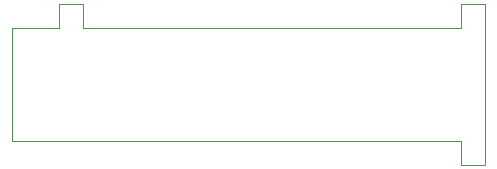
<source format=gbr>
%TF.GenerationSoftware,KiCad,Pcbnew,8.0.6*%
%TF.CreationDate,2024-11-21T20:13:28-05:00*%
%TF.ProjectId,battery_charger,62617474-6572-4795-9f63-686172676572,rev?*%
%TF.SameCoordinates,Original*%
%TF.FileFunction,Profile,NP*%
%FSLAX46Y46*%
G04 Gerber Fmt 4.6, Leading zero omitted, Abs format (unit mm)*
G04 Created by KiCad (PCBNEW 8.0.6) date 2024-11-21 20:13:28*
%MOMM*%
%LPD*%
G01*
G04 APERTURE LIST*
%TA.AperFunction,Profile*%
%ADD10C,0.050000*%
%TD*%
G04 APERTURE END LIST*
D10*
X112200000Y-78600000D02*
X114200000Y-78600000D01*
X148210828Y-90200000D02*
X148210828Y-92200000D01*
X112200000Y-80600000D02*
X112200000Y-78600000D01*
X114200000Y-78600000D02*
X114200000Y-80600000D01*
X146210828Y-80600000D02*
X114200000Y-80600000D01*
X108200000Y-80600000D02*
X108200000Y-90200000D01*
X146210828Y-78600000D02*
X146210828Y-80600000D01*
X148210828Y-78600000D02*
X146210828Y-78600000D01*
X112200000Y-80600000D02*
X108200000Y-80600000D01*
X108200000Y-90200000D02*
X146210828Y-90200000D01*
X148210828Y-90200000D02*
X148210828Y-80600000D01*
X148210828Y-92200000D02*
X146210828Y-92200000D01*
X148210828Y-80600000D02*
X148210828Y-78600000D01*
X146210828Y-92200000D02*
X146210828Y-90200000D01*
M02*

</source>
